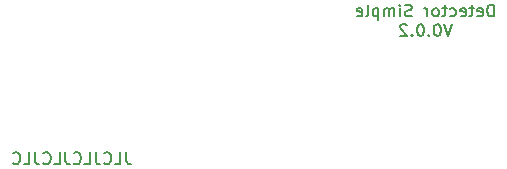
<source format=gbr>
G04 #@! TF.GenerationSoftware,KiCad,Pcbnew,5.1.10-88a1d61d58~90~ubuntu21.04.1*
G04 #@! TF.CreationDate,2021-08-24T10:00:05+02:00*
G04 #@! TF.ProjectId,Detector_SMD_Simple,44657465-6374-46f7-925f-534d445f5369,rev?*
G04 #@! TF.SameCoordinates,Original*
G04 #@! TF.FileFunction,Legend,Bot*
G04 #@! TF.FilePolarity,Positive*
%FSLAX46Y46*%
G04 Gerber Fmt 4.6, Leading zero omitted, Abs format (unit mm)*
G04 Created by KiCad (PCBNEW 5.1.10-88a1d61d58~90~ubuntu21.04.1) date 2021-08-24 10:00:05*
%MOMM*%
%LPD*%
G01*
G04 APERTURE LIST*
%ADD10C,0.150000*%
%ADD11O,1.700000X1.700000*%
%ADD12R,1.700000X1.700000*%
%ADD13C,2.000000*%
%ADD14C,3.200000*%
G04 APERTURE END LIST*
D10*
X67611047Y-55586380D02*
X67611047Y-56300666D01*
X67658666Y-56443523D01*
X67753904Y-56538761D01*
X67896761Y-56586380D01*
X67992000Y-56586380D01*
X66658666Y-56586380D02*
X67134857Y-56586380D01*
X67134857Y-55586380D01*
X65753904Y-56491142D02*
X65801523Y-56538761D01*
X65944380Y-56586380D01*
X66039619Y-56586380D01*
X66182476Y-56538761D01*
X66277714Y-56443523D01*
X66325333Y-56348285D01*
X66372952Y-56157809D01*
X66372952Y-56014952D01*
X66325333Y-55824476D01*
X66277714Y-55729238D01*
X66182476Y-55634000D01*
X66039619Y-55586380D01*
X65944380Y-55586380D01*
X65801523Y-55634000D01*
X65753904Y-55681619D01*
X65039619Y-55586380D02*
X65039619Y-56300666D01*
X65087238Y-56443523D01*
X65182476Y-56538761D01*
X65325333Y-56586380D01*
X65420571Y-56586380D01*
X64087238Y-56586380D02*
X64563428Y-56586380D01*
X64563428Y-55586380D01*
X63182476Y-56491142D02*
X63230095Y-56538761D01*
X63372952Y-56586380D01*
X63468190Y-56586380D01*
X63611047Y-56538761D01*
X63706285Y-56443523D01*
X63753904Y-56348285D01*
X63801523Y-56157809D01*
X63801523Y-56014952D01*
X63753904Y-55824476D01*
X63706285Y-55729238D01*
X63611047Y-55634000D01*
X63468190Y-55586380D01*
X63372952Y-55586380D01*
X63230095Y-55634000D01*
X63182476Y-55681619D01*
X62468190Y-55586380D02*
X62468190Y-56300666D01*
X62515809Y-56443523D01*
X62611047Y-56538761D01*
X62753904Y-56586380D01*
X62849142Y-56586380D01*
X61515809Y-56586380D02*
X61992000Y-56586380D01*
X61992000Y-55586380D01*
X60611047Y-56491142D02*
X60658666Y-56538761D01*
X60801523Y-56586380D01*
X60896761Y-56586380D01*
X61039619Y-56538761D01*
X61134857Y-56443523D01*
X61182476Y-56348285D01*
X61230095Y-56157809D01*
X61230095Y-56014952D01*
X61182476Y-55824476D01*
X61134857Y-55729238D01*
X61039619Y-55634000D01*
X60896761Y-55586380D01*
X60801523Y-55586380D01*
X60658666Y-55634000D01*
X60611047Y-55681619D01*
X59896761Y-55586380D02*
X59896761Y-56300666D01*
X59944380Y-56443523D01*
X60039619Y-56538761D01*
X60182476Y-56586380D01*
X60277714Y-56586380D01*
X58944380Y-56586380D02*
X59420571Y-56586380D01*
X59420571Y-55586380D01*
X58039619Y-56491142D02*
X58087238Y-56538761D01*
X58230095Y-56586380D01*
X58325333Y-56586380D01*
X58468190Y-56538761D01*
X58563428Y-56443523D01*
X58611047Y-56348285D01*
X58658666Y-56157809D01*
X58658666Y-56014952D01*
X58611047Y-55824476D01*
X58563428Y-55729238D01*
X58468190Y-55634000D01*
X58325333Y-55586380D01*
X58230095Y-55586380D01*
X58087238Y-55634000D01*
X58039619Y-55681619D01*
X98749714Y-44077380D02*
X98749714Y-43077380D01*
X98511619Y-43077380D01*
X98368761Y-43125000D01*
X98273523Y-43220238D01*
X98225904Y-43315476D01*
X98178285Y-43505952D01*
X98178285Y-43648809D01*
X98225904Y-43839285D01*
X98273523Y-43934523D01*
X98368761Y-44029761D01*
X98511619Y-44077380D01*
X98749714Y-44077380D01*
X97368761Y-44029761D02*
X97464000Y-44077380D01*
X97654476Y-44077380D01*
X97749714Y-44029761D01*
X97797333Y-43934523D01*
X97797333Y-43553571D01*
X97749714Y-43458333D01*
X97654476Y-43410714D01*
X97464000Y-43410714D01*
X97368761Y-43458333D01*
X97321142Y-43553571D01*
X97321142Y-43648809D01*
X97797333Y-43744047D01*
X97035428Y-43410714D02*
X96654476Y-43410714D01*
X96892571Y-43077380D02*
X96892571Y-43934523D01*
X96844952Y-44029761D01*
X96749714Y-44077380D01*
X96654476Y-44077380D01*
X95940190Y-44029761D02*
X96035428Y-44077380D01*
X96225904Y-44077380D01*
X96321142Y-44029761D01*
X96368761Y-43934523D01*
X96368761Y-43553571D01*
X96321142Y-43458333D01*
X96225904Y-43410714D01*
X96035428Y-43410714D01*
X95940190Y-43458333D01*
X95892571Y-43553571D01*
X95892571Y-43648809D01*
X96368761Y-43744047D01*
X95035428Y-44029761D02*
X95130666Y-44077380D01*
X95321142Y-44077380D01*
X95416380Y-44029761D01*
X95464000Y-43982142D01*
X95511619Y-43886904D01*
X95511619Y-43601190D01*
X95464000Y-43505952D01*
X95416380Y-43458333D01*
X95321142Y-43410714D01*
X95130666Y-43410714D01*
X95035428Y-43458333D01*
X94749714Y-43410714D02*
X94368761Y-43410714D01*
X94606857Y-43077380D02*
X94606857Y-43934523D01*
X94559238Y-44029761D01*
X94464000Y-44077380D01*
X94368761Y-44077380D01*
X93892571Y-44077380D02*
X93987809Y-44029761D01*
X94035428Y-43982142D01*
X94083047Y-43886904D01*
X94083047Y-43601190D01*
X94035428Y-43505952D01*
X93987809Y-43458333D01*
X93892571Y-43410714D01*
X93749714Y-43410714D01*
X93654476Y-43458333D01*
X93606857Y-43505952D01*
X93559238Y-43601190D01*
X93559238Y-43886904D01*
X93606857Y-43982142D01*
X93654476Y-44029761D01*
X93749714Y-44077380D01*
X93892571Y-44077380D01*
X93130666Y-44077380D02*
X93130666Y-43410714D01*
X93130666Y-43601190D02*
X93083047Y-43505952D01*
X93035428Y-43458333D01*
X92940190Y-43410714D01*
X92844952Y-43410714D01*
X91797333Y-44029761D02*
X91654476Y-44077380D01*
X91416380Y-44077380D01*
X91321142Y-44029761D01*
X91273523Y-43982142D01*
X91225904Y-43886904D01*
X91225904Y-43791666D01*
X91273523Y-43696428D01*
X91321142Y-43648809D01*
X91416380Y-43601190D01*
X91606857Y-43553571D01*
X91702095Y-43505952D01*
X91749714Y-43458333D01*
X91797333Y-43363095D01*
X91797333Y-43267857D01*
X91749714Y-43172619D01*
X91702095Y-43125000D01*
X91606857Y-43077380D01*
X91368761Y-43077380D01*
X91225904Y-43125000D01*
X90797333Y-44077380D02*
X90797333Y-43410714D01*
X90797333Y-43077380D02*
X90844952Y-43125000D01*
X90797333Y-43172619D01*
X90749714Y-43125000D01*
X90797333Y-43077380D01*
X90797333Y-43172619D01*
X90321142Y-44077380D02*
X90321142Y-43410714D01*
X90321142Y-43505952D02*
X90273523Y-43458333D01*
X90178285Y-43410714D01*
X90035428Y-43410714D01*
X89940190Y-43458333D01*
X89892571Y-43553571D01*
X89892571Y-44077380D01*
X89892571Y-43553571D02*
X89844952Y-43458333D01*
X89749714Y-43410714D01*
X89606857Y-43410714D01*
X89511619Y-43458333D01*
X89464000Y-43553571D01*
X89464000Y-44077380D01*
X88987809Y-43410714D02*
X88987809Y-44410714D01*
X88987809Y-43458333D02*
X88892571Y-43410714D01*
X88702095Y-43410714D01*
X88606857Y-43458333D01*
X88559238Y-43505952D01*
X88511619Y-43601190D01*
X88511619Y-43886904D01*
X88559238Y-43982142D01*
X88606857Y-44029761D01*
X88702095Y-44077380D01*
X88892571Y-44077380D01*
X88987809Y-44029761D01*
X87940190Y-44077380D02*
X88035428Y-44029761D01*
X88083047Y-43934523D01*
X88083047Y-43077380D01*
X87178285Y-44029761D02*
X87273523Y-44077380D01*
X87464000Y-44077380D01*
X87559238Y-44029761D01*
X87606857Y-43934523D01*
X87606857Y-43553571D01*
X87559238Y-43458333D01*
X87464000Y-43410714D01*
X87273523Y-43410714D01*
X87178285Y-43458333D01*
X87130666Y-43553571D01*
X87130666Y-43648809D01*
X87606857Y-43744047D01*
X95202095Y-44727380D02*
X94868761Y-45727380D01*
X94535428Y-44727380D01*
X94011619Y-44727380D02*
X93916380Y-44727380D01*
X93821142Y-44775000D01*
X93773523Y-44822619D01*
X93725904Y-44917857D01*
X93678285Y-45108333D01*
X93678285Y-45346428D01*
X93725904Y-45536904D01*
X93773523Y-45632142D01*
X93821142Y-45679761D01*
X93916380Y-45727380D01*
X94011619Y-45727380D01*
X94106857Y-45679761D01*
X94154476Y-45632142D01*
X94202095Y-45536904D01*
X94249714Y-45346428D01*
X94249714Y-45108333D01*
X94202095Y-44917857D01*
X94154476Y-44822619D01*
X94106857Y-44775000D01*
X94011619Y-44727380D01*
X93249714Y-45632142D02*
X93202095Y-45679761D01*
X93249714Y-45727380D01*
X93297333Y-45679761D01*
X93249714Y-45632142D01*
X93249714Y-45727380D01*
X92583047Y-44727380D02*
X92487809Y-44727380D01*
X92392571Y-44775000D01*
X92344952Y-44822619D01*
X92297333Y-44917857D01*
X92249714Y-45108333D01*
X92249714Y-45346428D01*
X92297333Y-45536904D01*
X92344952Y-45632142D01*
X92392571Y-45679761D01*
X92487809Y-45727380D01*
X92583047Y-45727380D01*
X92678285Y-45679761D01*
X92725904Y-45632142D01*
X92773523Y-45536904D01*
X92821142Y-45346428D01*
X92821142Y-45108333D01*
X92773523Y-44917857D01*
X92725904Y-44822619D01*
X92678285Y-44775000D01*
X92583047Y-44727380D01*
X91821142Y-45632142D02*
X91773523Y-45679761D01*
X91821142Y-45727380D01*
X91868761Y-45679761D01*
X91821142Y-45632142D01*
X91821142Y-45727380D01*
X91392571Y-44822619D02*
X91344952Y-44775000D01*
X91249714Y-44727380D01*
X91011619Y-44727380D01*
X90916380Y-44775000D01*
X90868761Y-44822619D01*
X90821142Y-44917857D01*
X90821142Y-45013095D01*
X90868761Y-45155952D01*
X91440190Y-45727380D01*
X90821142Y-45727380D01*
%LPC*%
D11*
X106250000Y-52540000D03*
X106250000Y-50000000D03*
D12*
X106250000Y-47460000D03*
D13*
X74150000Y-50000000D03*
X61450000Y-50000000D03*
D14*
X105000000Y-60000000D03*
X105000000Y-40000000D03*
X54000000Y-50000000D03*
M02*

</source>
